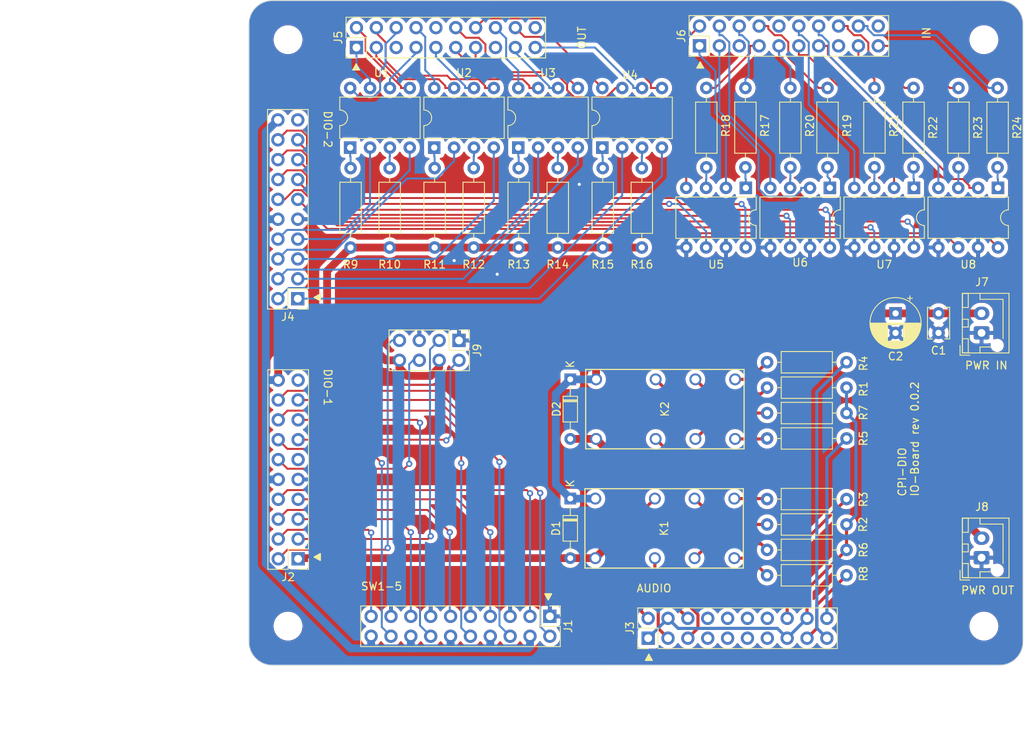
<source format=kicad_pcb>
(kicad_pcb (version 20221018) (generator pcbnew)
  (layers (0 "F.Cu" signal) (31 "B.Cu" signal) (34 "B.Paste" user) (35 "F.Paste" user) (36 "B.SilkS" user "B.Silkscreen") (37 "F.SilkS" user "F.Silkscreen") (38 "B.Mask" user) (39 "F.Mask" user) (44 "Edge.Cuts" user))
  (net 0 "")
  (net 1 "COM0")
  (net 2 "MCOM1")
  (net 3 "RY_POW")
  (net 4 "SW1{slash}O")
  (net 5 "Net-(K1-Pad6)")
  (net 6 "Net-(K1-Pad8)")
  (net 7 "Net-(K1-Pad9)")
  (net 8 "Net-(K1-Pad11)")
  (net 9 "Net-(K2-Pad6)")
  (net 10 "Net-(K2-Pad8)")
  (net 11 "Net-(K2-Pad9)")
  (net 12 "Net-(K2-Pad11)")
  (net 13 "Net-(R9-Pad1)")
  (net 14 "Net-(R10-Pad1)")
  (net 15 "Net-(R11-Pad1)")
  (net 16 "Net-(R12-Pad1)")
  (net 17 "Net-(R13-Pad1)")
  (net 18 "Net-(R14-Pad1)")
  (net 19 "Net-(R15-Pad1)")
  (net 20 "Net-(R16-Pad1)")
  (net 21 "Net-(R17-Pad1)")
  (net 22 "Net-(R18-Pad1)")
  (net 23 "Net-(R19-Pad1)")
  (net 24 "Net-(R20-Pad1)")
  (net 25 "Net-(R21-Pad1)")
  (net 26 "Net-(R22-Pad1)")
  (net 27 "Net-(R23-Pad1)")
  (net 28 "Net-(R24-Pad1)")
  (net 29 "SW1{slash}L1")
  (net 30 "SW2{slash}O")
  (net 31 "SW2{slash}L1")
  (net 32 "SW3{slash}O")
  (net 33 "SW3{slash}L1")
  (net 34 "SW4{slash}O")
  (net 35 "SW4{slash}L1")
  (net 36 "SW5{slash}O")
  (net 37 "SW5{slash}L1")
  (net 38 "AUDIO-IN-L-GND")
  (net 39 "AUDIO-IN-L-HOT")
  (net 42 "AUDIO-IN-L-COLD")
  (net 43 "AUDIO-IN-R-HOT")
  (net 44 "AUDIO-IN-R-COLD")
  (net 53 "AUDIO-OUT-L-HOT")
  (net 54 "AUDIO-OUT-L-COLD")
  (net 55 "AUDIO-OUT-R-HOT")
  (net 56 "AUDIO-OUT-R-COLD")
  (net 57 "DIO-2{slash}OUT1")
  (net 58 "DIO-2{slash}OUT2")
  (net 59 "DIO-2{slash}OUT3")
  (net 60 "DIO-2{slash}OUT4")
  (net 61 "DIO-2{slash}OUT5")
  (net 62 "DIO-2{slash}OUT6")
  (net 63 "DIO-2{slash}OUT7")
  (net 64 "DIO-2{slash}OUT8")
  (net 65 "DIO-2{slash}IN1")
  (net 66 "DIO-2{slash}IN2")
  (net 67 "DIO-2{slash}IN3")
  (net 68 "DIO-2{slash}IN4")
  (net 69 "DIO-2{slash}IN5")
  (net 70 "DIO-2{slash}IN6")
  (net 71 "DIO-2{slash}IN7")
  (net 72 "DIO-2{slash}IN8")
  (net 74 "GPIO-OUT{slash}1P")
  (net 75 "GPIO-OUT{slash}2P")
  (net 76 "GPIO-OUT{slash}3P")
  (net 77 "GPIO-OUT{slash}4P")
  (net 79 "GPIO-OUT{slash}1M")
  (net 80 "GPIO-OUT{slash}2M")
  (net 81 "GPIO-OUT{slash}3M")
  (net 82 "GPIO-OUT{slash}4M")
  (net 84 "GPIO-OUT{slash}5P")
  (net 85 "GPIO-OUT{slash}6P")
  (net 86 "GPIO-OUT{slash}7P")
  (net 87 "GPIO-OUT{slash}8P")
  (net 89 "GPIO-OUT{slash}5M")
  (net 90 "GPIO-OUT{slash}6M")
  (net 91 "GPIO-OUT{slash}7M")
  (net 92 "GPIO-OUT{slash}8M")
  (net 94 "GPIO-IN{slash}1P")
  (net 95 "GPIO-IN{slash}2P")
  (net 96 "GPIO-IN{slash}3P")
  (net 97 "GPIO-IN{slash}4P")
  (net 99 "GPIO-IN{slash}1M")
  (net 100 "GPIO-IN{slash}2M")
  (net 101 "GPIO-IN{slash}3M")
  (net 102 "GPIO-IN{slash}4M")
  (net 104 "GPIO-IN{slash}5P")
  (net 105 "GPIO-IN{slash}6P")
  (net 106 "GPIO-IN{slash}7P")
  (net 107 "GPIO-IN{slash}8P")
  (net 109 "GPIO-IN{slash}5M")
  (net 110 "GPIO-IN{slash}6M")
  (net 111 "GPIO-IN{slash}7M")
  (net 112 "GPIO-IN{slash}8M")
  (net 114 "SW6{slash}O")
  (net 115 "SW6{slash}L1")
  (net 116 "SW7{slash}O")
  (net 117 "SW7{slash}L1")
  (footprint "Resistor_THT:R_Axial_DIN0207_L6.3mm_D2.5mm_P10.16mm_Horizontal" (layer "F.Cu") (at 140.75 86.33 90)
    (fp_text reference "R23")
    (fp_text value "510")
  )
  (footprint "Capacitor_THT:C_Disc_D3.8mm_W2.6mm_P2.50mm" (layer "F.Cu") (at 138.2 105 -90)
    (fp_text reference "C1")
    (fp_text value "0.1uF")
  )
  (footprint "BoxHeader:BoxHeader_2x10_P2.54mm_Vertical" (layer "F.Cu") (at 88.49 143.75 -90)
    (fp_text reference locked "J1")
    (fp_text value "SW1-5")
  )
  (footprint "MountingHole:MountingHole_3.2mm_M3" (layer "F.Cu") (at 55 70)
    (fp_text reference "H1" hide)
    (fp_text value "MountingHole")
  )
  (footprint "Package_DIP:DIP-8_W7.62mm" (layer "F.Cu") (at 145.8 88.95 -90)
    (fp_text reference locked "U8")
    (fp_text value "TLP627-2")
  )
  (footprint "Diode_THT:D_DO-34_SOD68_P7.62mm_Horizontal" (layer "F.Cu") (at 91.1 113.435 -90)
    (fp_text reference "D2")
    (fp_text value "1S1588")
  )
  (footprint "Resistor_THT:R_Axial_DIN0207_L6.3mm_D2.5mm_P10.16mm_Horizontal" (layer "F.Cu") (at 108.5 86.33 90)
    (fp_text reference "R18")
    (fp_text value "510")
  )
  (footprint "MountingHole:MountingHole_3.2mm_M3" (layer "F.Cu") (at 144 70)
    (fp_text reference "H2" hide)
    (fp_text value "MountingHole")
  )
  (footprint "Resistor_THT:R_Axial_DIN0207_L6.3mm_D2.5mm_P10.16mm_Horizontal" (layer "F.Cu") (at 68 86.42 -90)
    (fp_text reference "R10")
    (fp_text value "510")
  )
  (footprint "Resistor_THT:R_Axial_DIN0207_L6.3mm_D2.5mm_P10.16mm_Horizontal" (layer "F.Cu") (at 78.75 86.42 -90)
    (fp_text reference "R12")
    (fp_text value "510")
  )
  (footprint "SnapLibrary:RELAY_G6A-274P-ST-US DC3_OMR" (layer "F.Cu") (at 111.9 128.69 90)
    (fp_text reference "K1")
    (fp_text value "G6A-274P-ST-US DC12")
  )
  (footprint "Resistor_THT:R_Axial_DIN0207_L6.3mm_D2.5mm_P10.16mm_Horizontal" (layer "F.Cu") (at 63 86.42 -90)
    (fp_text reference "R9")
    (fp_text value "510")
  )
  (footprint "Resistor_THT:R_Axial_DIN0207_L6.3mm_D2.5mm_P10.16mm_Horizontal" (layer "F.Cu") (at 116.27 135.25)
    (fp_text reference locked "R6")
    (fp_text value "10K")
  )
  (footprint "Resistor_THT:R_Axial_DIN0207_L6.3mm_D2.5mm_P10.16mm_Horizontal" (layer "F.Cu") (at 116.27 117.75)
    (fp_text reference locked "R7")
    (fp_text value "10K")
  )
  (footprint "BoxHeader:BoxHeader_2x10_P2.54mm_Vertical" (layer "F.Cu") (at 63.754 71 90)
    (fp_text reference "J5")
    (fp_text value "GPIO-OUT")
  )
  (footprint "Resistor_THT:R_Axial_DIN0207_L6.3mm_D2.5mm_P10.16mm_Horizontal" (layer "F.Cu") (at 116.27 121)
    (fp_text reference locked "R5")
    (fp_text value "220")
  )
  (footprint "Package_DIP:DIP-8_W7.62mm" (layer "F.Cu") (at 73.7 83.8 90)
    (fp_text reference "U2")
    (fp_text value "TLP627-2")
  )
  (footprint "BoxHeader:BoxHeader_2x10_P2.54mm_Vertical" (layer "F.Cu") (at 56.25 103.12 180)
    (fp_text reference "J4")
    (fp_text value "DIO-2")
  )
  (footprint "BoxHeader:BoxHeader_2x10_P2.54mm_Vertical" (layer "F.Cu") (at 56.29 136.398 180)
    (fp_text reference locked "J2")
    (fp_text value "DIO-1")
  )
  (footprint "Resistor_THT:R_Axial_DIN0207_L6.3mm_D2.5mm_P10.16mm_Horizontal" (layer "F.Cu") (at 95.25 86.42 -90)
    (fp_text reference "R15")
    (fp_text value "510")
  )
  (footprint "Package_DIP:DIP-8_W7.62mm" (layer "F.Cu") (at 135.05 88.95 -90)
    (fp_text reference locked "U7")
    (fp_text value "TLP627-2")
  )
  (footprint "MountingHole:MountingHole_3.2mm_M3" (layer "F.Cu") (at 55 145)
    (fp_text reference "H3" hide)
    (fp_text value "MountingHole")
  )
  (footprint "Resistor_THT:R_Axial_DIN0207_L6.3mm_D2.5mm_P10.16mm_Horizontal" (layer "F.Cu") (at 124 86.33 90)
    (fp_text reference "R19")
    (fp_text value "510")
  )
  (footprint "Resistor_THT:R_Axial_DIN0207_L6.3mm_D2.5mm_P10.16mm_Horizontal" (layer "F.Cu") (at 89.5 86.42 -90)
    (fp_text reference "R14")
    (fp_text value "510")
  )
  (footprint "Package_DIP:DIP-8_W7.62mm" (layer "F.Cu") (at 113.55 88.95 -90)
    (fp_text reference "U5")
    (fp_text value "TLP627-2")
  )
  (footprint "Connector_JST:JST_XH_B2B-XH-AM_1x02_P2.50mm_Vertical" (layer "F.Cu") (at 143.7 107.5 90)
    (fp_text reference locked "J7")
    (fp_text value "PWR_IN")
  )
  (footprint "Resistor_THT:R_Axial_DIN0207_L6.3mm_D2.5mm_P10.16mm_Horizontal" (layer "F.Cu") (at 126.43 132 180)
    (fp_text reference locked "R2")
    (fp_text value "10K")
  )
  (footprint "Package_DIP:DIP-8_W7.62mm" (layer "F.Cu") (at 84.45 83.8 90)
    (fp_text reference "U3")
    (fp_text value "TLP627-2")
  )
  (footprint "Resistor_THT:R_Axial_DIN0207_L6.3mm_D2.5mm_P10.16mm_Horizontal" (layer "F.Cu") (at 145.75 86.33 90)
    (fp_text reference "R24")
    (fp_text value "510")
  )
  (footprint "SnapLibrary:RELAY_G6A-274P-ST-US DC3_OMR" (layer "F.Cu") (at 112 113.44 90)
    (fp_text reference "K2")
    (fp_text value "G6A-274P-ST-US DC12")
  )
  (footprint "Connector_PinHeader_2.54mm:PinHeader_2x04_P2.54mm_Vertical" (layer "F.Cu") (at 76.87 108.46 -90)
    (fp_text reference "J9")
    (fp_text value "Conn_02x04_Odd_Even")
  )
  (footprint "Resistor_THT:R_Axial_DIN0207_L6.3mm_D2.5mm_P10.16mm_Horizontal" (layer "F.Cu") (at 130 86.33 90)
    (fp_text reference "R21")
    (fp_text value "510")
  )
  (footprint "Capacitor_THT:CP_Radial_D6.3mm_P2.50mm" (layer "F.Cu") (at 132.7 105 -90)
    (fp_text reference "C2")
    (fp_text value "100uF/25V")
  )
  (footprint "Resistor_THT:R_Axial_DIN0207_L6.3mm_D2.5mm_P10.16mm_Horizontal" (layer "F.Cu") (at 73.75 86.42 -90)
    (fp_text reference "R11")
    (fp_text value "510")
  )
  (footprint "Resistor_THT:R_Axial_DIN0207_L6.3mm_D2.5mm_P10.16mm_Horizontal" (layer "F.Cu") (at 126.43 114.5 180)
    (fp_text reference locked "R1")
    (fp_text value "10K")
  )
  (footprint "Connector_JST:JST_XH_B2B-XH-AM_1x02_P2.50mm_Vertical" (layer "F.Cu") (at 143.7 136.25 90)
    (fp_text reference locked "J8")
    (fp_text value "PWR_OUT")
  )
  (footprint "Resistor_THT:R_Axial_DIN0207_L6.3mm_D2.5mm_P10.16mm_Horizontal" (layer "F.Cu") (at 126.43 111.25 180)
    (fp_text reference locked "R4")
    (fp_text value "220")
  )
  (footprint "Resistor_THT:R_Axial_DIN0207_L6.3mm_D2.5mm_P10.16mm_Horizontal" (layer "F.Cu") (at 135 86.33 90)
    (fp_text reference "R22")
    (fp_text value "510")
  )
  (footprint "Resistor_THT:R_Axial_DIN0207_L6.3mm_D2.5mm_P10.16mm_Horizontal" (layer "F.Cu") (at 116.27 128.75)
    (fp_text reference locked "R3")
    (fp_text value "220")
  )
  (footprint "Resistor_THT:R_Axial_DIN0207_L6.3mm_D2.5mm_P10.16mm_Horizontal" (layer "F.Cu") (at 126.43 138.5 180)
    (fp_text reference locked "R8")
    (fp_text value "220")
  )
  (footprint "BoxHeader:BoxHeader_2x10_P2.54mm_Vertical" (layer "F.Cu") (at 101.06 146.54 90)
    (fp_text reference "J3")
    (fp_text value "AUDIO IN/OUT")
  )
  (footprint "Resistor_THT:R_Axial_DIN0207_L6.3mm_D2.5mm_P10.16mm_Horizontal" (layer "F.Cu") (at 119.25 86.33 90)
    (fp_text reference "R20")
    (fp_text value "510")
  )
  (footprint "BoxHeader:BoxHeader_2x10_P2.54mm_Vertical" (layer "F.Cu") (at 107.63 70.79 90)
    (fp_text reference "J6")
    (fp_text value "GPIO-IN")
  )
  (footprint "Package_DIP:DIP-8_W7.62mm" (layer "F.Cu") (at 95.2 83.8 90)
    (fp_text reference "U4")
    (fp_text value "TLP627-2")
  )
  (footprint "Package_DIP:DIP-8_W7.62mm" (layer "F.Cu") (at 124.3 88.95 -90)
    (fp_text reference "U6")
    (fp_text value "TLP627-2")
  )
  (footprint "Package_DIP:DIP-8_W7.62mm" (layer "F.Cu") (at 62.95 83.8 90)
    (fp_text reference "U1")
    (fp_text value "TLP627-2")
  )
  (footprint "Resistor_THT:R_Axial_DIN0207_L6.3mm_D2.5mm_P10.16mm_Horizontal" (layer "F.Cu") (at 84.5 86.42 -90)
    (fp_text reference "R13")
    (fp_text value "510")
  )
  (footprint "Resistor_THT:R_Axial_DIN0207_L6.3mm_D2.5mm_P10.16mm_Horizontal" (layer "F.Cu") (at 113.5 86.33 90)
    (fp_text reference "R17")
    (fp_text value "510")
  )
  (footprint "MountingHole:MountingHole_3.2mm_M3" (layer "F.Cu") (at 144 145)
    (fp_text reference "H4" hide)
    (fp_text value "MountingHole")
  )
  (footprint "Resistor_THT:R_Axial_DIN0207_L6.3mm_D2.5mm_P10.16mm_Horizontal" (layer "F.Cu") (at 100.25 86.42 -90)
    (fp_text reference "R16")
    (fp_text value "510")
  )
  (footprint "Diode_THT:D_DO-34_SOD68_P7.62mm_Horizontal" (layer "F.Cu") (at 91.1 128.685 -90)
    (fp_text reference "D1")
    (fp_text value "1S1588")
  )
  (gr_arc (start 149.00003 146.996285) (mid 148.121357 149.117626) (end 146.00003 149.996285) (stroke (width 0.1)) (layer "Edge.Cuts"))
  (gr_line (start 50 68.00001) (end 50 147) (stroke (width 0.1)) (layer "Edge.Cuts"))
  (gr_line (start 148.99999 146.996305) (end 149.00001 67.996295) (stroke (width 0.1)) (layer "Edge.Cuts"))
  (gr_arc (start 146.00001 64.996295) (mid 148.121326 65.874978) (end 149.00001 67.996295) (stroke (width 0.1)) (layer "Edge.Cuts"))
  (gr_line (start 146.00003 149.996285) (end 53 150) (stroke (width 0.1)) (layer "Edge.Cuts"))
  (gr_arc (start 53 150) (mid 50.878674 149.121326) (end 50 147) (stroke (width 0.1)) (layer "Edge.Cuts"))
  (gr_line (start 146.00001 64.996295) (end 53 65.00001) (stroke (width 0.1)) (layer "Edge.Cuts"))
  (gr_arc (start 50 68.00001) (mid 50.878694 65.878704) (end 53 65.00001) (stroke (width 0.1)) (layer "Edge.Cuts"))
  (gr_text "DIO-2" (at 59.5 79 -90) (layer "F.SilkS") (effects (font (size 1 1)) (justify left bottom)))
  (gr_text "▲" (at 59.25 103.67 90) (layer "F.SilkS") (effects (font (size 1 1)) (justify left bottom)))
  (gr_text "AUDIO" (at 99.5 140.75) (layer "F.SilkS") (effects (font (size 1 1)) (justify left bottom)))
  (gr_text "DIO-1" (at 59.5 112 -90) (layer "F.SilkS") (effects (font (size 1 1)) (justify left bottom)))
  (gr_text "▲" (at 89 140.75 180) (layer "F.SilkS") (effects (font (size 1 1)) (justify left bottom)))
  (gr_text "▲" (at 63 74) (layer "F.SilkS") (effects (font (size 1 1)) (justify left bottom)))
  (gr_text "▲" (at 59.25 136.88 90) (layer "F.SilkS") (effects (font (size 1 1)) (justify left bottom)))
  (gr_text "PWR IN" (at 141.5 112.25) (layer "F.SilkS") (effects (font (size 1 1)) (justify left bottom)))
  (gr_text "PWR OUT" (at 141 141) (layer "F.SilkS") (effects (font (size 1 1)) (justify left bottom)))
  (gr_text "CPI-DIO\nIO-Board rev 0.0.2" (at 135.75 128.5 90) (layer "F.SilkS") (effects (font (size 1 1)) (justify left bottom)))
  (gr_text "▲" (at 107 73.75) (layer "F.SilkS") (effects (font (size 1 1)) (justify left bottom)))
  (gr_text "OUT" (at 93.164 71.25 90) (layer "F.SilkS") (effects (font (size 1 1)) (justify left bottom)))
  (gr_text "SW1-5" (at 64.25 140.5) (layer "F.SilkS") (effects (font (size 1 1)) (justify left bottom)))
  (gr_text "IN" (at 137.25 70 90) (layer "F.SilkS") (effects (font (size 1 1)) (justify left bottom)))
  (gr_text "▲" (at 100.43 149.5) (layer "F.SilkS") (effects (font (size 1 1)) (justify left bottom)))
  (segment (start 95 105) (end 66 105) (width 1) (layer "F.Cu") (net 1))
  (segment (start 143.7 105) (end 141.25 105) (width 1) (layer "F.Cu") (net 1))
  (segment (start 69.25 111) (end 69.25 112) (width 1) (layer "F.Cu") (net 1))
  (segment (start 108.67 105) (end 97 105) (width 1) (layer "F.Cu") (net 1))
  (segment (start 97 105) (end 95 105) (width 1) (layer "F.Cu") (net 1))
  (segment (start 67.5 111) (end 66 109.5) (width 1) (layer "F.Cu") (net 1))
  (segment (start 63 96.58) (end 60 99.58) (width 1) (layer "F.Cu") (net 1))
  (segment (start 100.25 96.58) (end 63 96.58) (width 1) (layer "F.Cu") (net 1))
  (segment (start 74.33 111.92) (end 74.33 111) (width 1) (layer "F.Cu") (net 1))
  (segment (start 108.67 105) (end 132.7 105) (width 1) (layer "F.Cu") (net 1))
  (segment (start 97 105) (end 94.4 107.6) (width 1) (layer "F.Cu") (net 1))
  (segment (start 66 105) (end 60 105) (width 1) (layer "F.Cu") (net 1))
  (segment (start 69.25 111) (end 67.5 111) (width 1) (layer "F.Cu") (net 1))
  (segment (start 60 105) (end 53.75 111.25) (width 1) (layer "F.Cu") (net 1))
  (segment (start 66 109.5) (end 66 105) (width 1) (layer "F.Cu") (net 1))
  (segment (start 141.25 131.3) (end 141.25 105) (width 1) (layer "F.Cu") (net 1))
  (segment (start 94.4 107.6) (end 94.4 113.44) (width 1) (layer "F.Cu") (net 1))
  (segment (start 70.25 113) (end 73.25 113) (width 1) (layer "F.Cu") (net 1))
  (segment (start 53.75 111.25) (end 53.75 113.538) (width 1) (layer "F.Cu") (net 1))
  (segment (start 141.25 105) (end 132.7 105) (width 1) (layer "F.Cu") (net 1))
  (segment (start 73.25 113) (end 74.33 111.92) (width 1) (layer "F.Cu") (net 1))
  (segment (start 143.7 133.75) (end 141.25 131.3) (width 1) (layer "F.Cu") (net 1))
  (segment (start 69.25 112) (end 70.25 113) (width 1) (layer "F.Cu") (net 1))
  (segment (start 60 99.58) (end 60 105) (width 1) (layer "F.Cu") (net 1))
  (segment (start 70.5 147.84) (end 75.5 147.84) (width 1) (layer "B.Cu") (net 1))
  (segment (start 91.105 128.69) (end 91.1 128.685) (width 1) (layer "B.Cu") (net 1))
  (segment (start 89.25 126.835) (end 91.1 128.685) (width 1) (layer "B.Cu") (net 1))
  (segment (start 53.75 126.238) (end 52.1581 126.238) (width 1) (layer "B.Cu") (net 1))
  (segment (start 80.75 147.84) (end 85.75 147.84) (width 1) (layer "B.Cu") (net 1))
  (segment (start 80.87 147.72) (end 80.75 147.84) (width 1) (layer "B.Cu") (net 1))
  (segment (start 52.1581 136.998132) (end 52.1581 126.238) (width 1) (layer "B.Cu") (net 1))
  (segment (start 70.71 147.63) (end 70.5 147.84) (width 1) (layer "B.Cu") (net 1))
  (segment (start 89.25 115.285) (end 89.25 126.835) (width 1) (layer "B.Cu") (net 1))
  (segment (start 52.1581 113.538) (end 52.1581 92.96) (width 1) (layer "B.Cu") (net 1))
  (segment (start 63.2061 147.84) (end 65.5 147.84) (width 1) (layer "B.Cu") (net 1))
  (segment (start 63.2061 147.84) (end 62.999968 147.84) (width 1) (layer "B.Cu") (net 1))
  (segment (start 52.1581 92.96) (end 52.1581 81.8119) (width 1) (layer "B.Cu") (net 1))
  (segment (start 85.95 147.64) (end 85.95 146.29) (width 1) (layer "B.Cu") (net 1))
  (segment (start 91.1 113.435) (end 89.25 115.285) (width 1) (layer "B.Cu") (net 1))
  (segment (start 65.63 147.71) (end 65.5 147.84) (width 1) (layer "B.Cu") (net 1))
  (segment (start 80.87 146.29) (end 80.87 147.72) (width 1) (layer "B.Cu") (net 1))
  (segment (start 52.1581 126.238) (end 52.1581 113.538) (width 1) (layer "B.Cu") (net 1))
  (segment (start 62.999968 147.84) (end 52.1581 136.998132) (width 1) (layer "B.Cu") (net 1))
  (segment (start 65.5 147.84) (end 70.5 147.84) (width 1) (layer "B.Cu") (net 1))
  (segment (start 53.71 92.96) (end 52.1581 92.96) (width 1) (layer "B.Cu") (net 1))
  (segment (start 52.1581 81.8119) (end 53.71 80.26) (width 1) (layer "B.Cu") (net 1))
  (segment (start 70.71 146.29) (end 70.71 147.63) (width 1) (layer "B.Cu") (net 1))
  (segment (start 91.105 113.44) (end 91.1 113.435) (width 1) (layer "B.Cu") (net 1))
  (segment (start 85.75 147.84) (end 85.95 147.64) (width 1) (layer "B.Cu") (net 1))
  (segment (start 75.79 147.55) (end 75.5 147.84) (width 1) (layer "B.Cu") (net 1))
  (segment (start 53.75 113.538) (end 52.1581 113.538) (width 1) (layer "B.Cu") (net 1))
  (segment (start 94.4 113.44) (end 91.105 113.44) (width 1) (layer "B.Cu") (net 1))
  (segment (start 94.3 128.69) (end 91.105 128.69) (width 1) (layer "B.Cu") (net 1))
  (segment (start 75.5 147.84) (end 80.75 147.84) (width 1) (layer "B.Cu") (net 1))
  (segment (start 65.63 146.29) (end 65.63 147.71) (width 1) (layer "B.Cu") (net 1))
  (segment (start 75.79 146.29) (end 75.79 147.55) (width 1) (layer "B.Cu") (net 1))
  (via (at 76.25 98.25) (size 0.8) (drill 0.4) (layers "F.Cu" "B.Cu") (net 2))
  (via (at 81.75 100) (size 0.8) (drill 0.4) (layers "F.Cu" "B.Cu") (net 2))
  (via (at 92.25 88.5) (size 0.8) (drill 0.4) (layers "F.Cu" "B.Cu") (net 2))
  (segment (start 94.395 121.055) (end 94.4 121.06) (width 1) (layer "F.Cu") (net 3))
  (segment (start 91.1 121.055) (end 94.395 121.055) (width 1) (layer "F.Cu") (net 3))
  (segment (start 96.25 134.36) (end 94.3 136.31) (width 1) (layer "F.Cu") (net 3))
  (segment (start 96.25 122.91) (end 96.25 134.36) (width 1) (layer "F.Cu") (net 3))
  (segment (start 56.383 136.305) (end 56.29 136.398) (width 1) (layer "F.Cu") (net 3))
  (segment (start 91.1 136.305) (end 56.383 136.305) (width 1) (layer "F.Cu") (net 3))
  (segment (start 94.295 136.305) (end 94.3 136.31) (width 1) (layer "F.Cu") (net 3))
  (segment (start 94.4 121.06) (end 96.25 122.91) (width 1) (layer "F.Cu") (net 3))
  (segment (start 91.1 136.305) (end 94.295 136.305) (width 1) (layer "F.Cu") (net 3))
  (segment (start 87.25 127.974695) (end 74.178305 114.903) (width 0.25) (layer "F.Cu") (net 4))
  (segment (start 54.925 114.903) (end 53.75 116.078) (width 0.25) (layer "F.Cu") (net 4))
  (segment (start 74.178305 114.903) (end 54.925 114.903) (width 0.25) (layer "F.Cu") (net 4))
  (via (at 87.25 127.974695) (size 0.8) (drill 0.4) (layers "F.Cu" "B.Cu") (net 4))
  (segment (start 87.25 127.974695) (end 87.25 145.05) (width 0.25) (layer "B.Cu") (net 4))
  (segment (start 87.25 145.05) (end 88.49 146.29) (width 0.25) (layer "B.Cu") (net 4))
  (segment (start 110.31 132) (end 116.27 132) (width 0.4) (layer "F.Cu") (net 5))
  (segment (start 107 128.69) (end 110.31 132) (width 0.4) (layer "F.Cu") (net 5))
  (segment (start 112.08 128.69) (end 116.21 128.69) (width 0.4) (layer "F.Cu") (net 6))
  (segment (start 116.21 128.69) (end 116.27 128.75) (width 0.4) (layer "F.Cu") (net 6))
  (segment (start 112.08 136.31) (end 114.08 136.31) (width 0.4) (layer "F.Cu") (net 7))
  (segment (start 114.08 136.31) (end 116.27 138.5) (width 0.4) (layer "F.Cu") (net 7))
  (segment (start 115.470001 134.450001) (end 116.27 135.25) (width 0.4) (layer "F.Cu") (net 8))
  (segment (start 108.859999 134.450001) (end 115.470001 134.450001) (width 0.4) (layer "F.Cu") (net 8))
  (segment (start 107 136.31) (end 108.859999 134.450001) (width 0.4) (layer "F.Cu") (net 8))
  (segment (start 115.470001 115.299999) (end 116.27 114.5) (width 0.4) (layer "F.Cu") (net 9))
  (segment (start 108.959999 115.299999) (end 115.470001 115.299999) (width 0.4) (layer "F.Cu") (net 9))
  (segment (start 107.1 113.44) (end 108.959999 115.299999) (width 0.4) (layer "F.Cu") (net 9))
  (segment (start 114.08 113.44) (end 116.27 111.25) (width 0.4) (layer "F.Cu") (net 10))
  (segment (start 112.18 113.44) (end 114.08 113.44) (width 0.4) (layer "F.Cu") (net 10))
  (segment (start 112.18 121.06) (end 116.21 121.06) (width 0.4) (layer "F.Cu") (net 11))
  (segment (start 116.21 121.06) (end 116.27 121) (width 0.4) (layer "F.Cu") (net 11))
  (segment (start 107.1 121.06) (end 110.41 117.75) (width 0.4) (layer "F.Cu") (net 12))
  (segment (start 110.41 117.75) (end 116.27 117.75) (width 0.4) (layer "F.Cu") (net 12))
  (segment (start 63 84.9769) (end 63 86.42) (width 0.25) (layer "B.Cu") (net 13))
  (segment (start 62.95 84.9269) (end 63 84.9769) (width 0.25) (layer "B.Cu") (net 13))
  (segment (start 62.95 83.8) (end 62.95 84.9269) (width 0.25) (layer "B.Cu") (net 13))
  (segment (start 68 84.9569) (end 68 86.42) (width 0.25) (layer "B.Cu") (net 14))
  (segment (start 68.03 83.8) (end 68.03 84.9269) (width 0.25) (layer "B.Cu") (net 14))
  (segment (start 68.03 84.9269) (end 68 84.9569) (width 0.25) (layer "B.Cu") (net 14))
  (segment (start 73.7 83.8) (end 73.7 84.9269) (width 0.25) (layer "B.Cu") (net 15))
  (segment (start 73.75 84.9769) (end 73.75 86.42) (width 0.25) (layer "B.Cu") (net 15))
  (segment (start 73.7 84.9269) (end 73.75 84.9769) (width 0.25) (layer "B.Cu") (net 15))
  (segment (start 78.78 83.8) (end 78.78 84.9269) (width 0.25) (layer "B.Cu") (net 16))
  (segment (start 78.78 84.9269) (end 78.75 84.9569) (width 0.25) (layer "B.Cu") (net 16))
  (segment (start 78.75 84.9569) (end 78.75 86.42) (width 0.25) (layer "B.Cu") (net 16))
  (segment (start 84.45 83.8) (end 84.45 84.9269) (width 0.25) (layer "B.Cu") (net 17))
  (segment (start 84.5 84.9769) (end 84.5 86.42) (width 0.25) (layer "B.Cu") (net 17))
  (segment (start 84.45 84.9269) (end 84.5 84.9769) (width 0.25) (layer "B.Cu") (net 17))
  (segment (start 89.5 84.9569) (end 89.5 86.42) (width 0.25) (layer "B.Cu") (net 18))
  (segment (start 89.53 83.8) (end 89.53 84.9269) (width 0.25) (layer "B.Cu") (net 18))
  (segment (start 89.53 84.9269) (end 89.5 84.9569) (width 0.25) (layer "B.Cu") (net 18))
  (segment (start 95.25 84.9769) (end 95.25 86.42) (width 0.25) (layer "B.Cu") (net 19))
  (segment (start 95.2 83.8) (end 95.2 84.9269) (width 0.25) (layer "B.Cu") (net 19))
  (segment (start 95.2 84.9269) (end 95.25 84.9769) (width 0.25) (layer "B.Cu") (net 19))
  (segment (start 100.28 83.8) (end 100.28 84.9269) (width 0.25) (layer "B.Cu") (net 20))
  (segment (start 100.28 84.9269) (end 100.25 84.9569) (width 0.25) (layer "B.Cu") (net 20))
  (segment (start 100.25 84.9569) (end 100.25 86.42) (width 0.25) (layer "B.Cu") (net 20))
  (segment (start 113.5 87.7731) (end 113.5 86.33) (width 0.25) (layer "B.Cu") (net 21))
  (segment (start 113.55 87.8231) (end 113.5 87.7731) (width 0.25) (layer "B.Cu") (net 21))
  (segment (start 113.55 88.95) (end 113.55 87.8231) (width 0.25) (layer "B.Cu") (net 21))
  (segment (start 108.47 87.8231) (end 108.5 87.7931) (width 0.25) (layer "B.Cu") (net 22))
  (segment (start 108.47 88.95) (end 108.47 87.8231) (width 0.25) (layer "B.Cu") (net 22))
  (segment (start 108.5 87.7931) (end 108.5 86.33) (width 0.25) (layer "B.Cu") (net 22))
  (segment (start 124 87.5231) (end 124 86.33) (width 0.25) (layer "B.Cu") (net 23))
  (segment (start 124.3 88.95) (end 124.3 87.8231) (width 0.25) (layer "B.Cu") (net 23))
  (segment (start 124.3 87.8231) (end 124 87.5231) (width 0.25) (layer "B.Cu") (net 23))
  (segment (start 119.22 88.95) (end 119.22 87.8231) (width 0.25) (layer "B.Cu") (net 24))
  (segment (start 119.25 87.7931) (end 119.25 86.33) (width 0.25) (layer "B.Cu") (net 24))
  (segment (start 119.22 87.8231) (end 119.25 87.7931) (width 0.25) (layer "B.Cu") (net 24))
  (segment (start 129.97 88.95) (end 129.97 87.8231) (width 0.25) (layer "B.Cu") (net 25))
  (segment (start 129.97 87.8231) (end 130 87.7931) (width 0.25) (layer "B.Cu") (net 25))
  (segment (start 130 87.7931) (end 130 86.33) (width 0.25) (layer "B.Cu") (net 25))
  (segment (start 135 87.7731) (end 135 86.33) (width 0.25) (layer "B.Cu") (net 26))
  (segment (start 135.05 87.8231) (end 135 87.7731) (width 0.25) (layer "B.Cu") (net 26))
  (segment (start 135.05 88.95) (end 135.05 87.8231) (width 0.25) (layer "B.Cu") (net 26))
  (segment (start 140.72 88.95) (end 140.72 87.8231) (width 0.25) (layer "B.Cu") (net 27))
  (segment (start 140.72 87.8231) (end 140.75 87.7931) (width 0.25) (layer "B.Cu") (net 27))
  (segment (start 140.75 87.7931) (end 140.75 86.33) (width 0.25) (layer "B.Cu") (net 27))
  (segment (start 145.8 88.95) (end 145.8 87.8231) (width 0.25) (layer "B.Cu") (net 28))
  (segment (start 145.75 87.7731) (end 145.75 86.33) (width 0.25) (layer "B.Cu") (net 28))
  (segment (start 145.8 87.8231) (end 145.75 87.7731) (width 0.25) (layer "B.Cu") (net 28))
  (segment (start 85.95 128.016) (end 85.537 127.603) (width 0.25) (layer "F.Cu") (net 29))
  (segment (start 85.537 127.603) (end 54.925 127.603) (width 0.25) (layer "F.Cu") (net 29))
  (segment (start 54.925 127.603) (end 53.75 128.778) (width 0.25) (layer "F.Cu") (net 29))
  (via (at 85.95 128.016) (size 0.8) (drill 0.4) (layers "F.Cu" "B.Cu") (net 29))
  (segment (start 85.95 128.016) (end 85.95 143.75) (width 0.25) (layer "B.Cu") (net 29))
  (segment (start 74.168 116.078) (end 56.29 116.078) (width 0.25) (layer "F.Cu") (net 30))
  (segment (start 82.045 124) (end 82.045 123.955) (width 0.25) (layer "F.Cu") (net 30))
  (segment (start 82.045 123.955) (end 74.168 116.078) (width 0.25) (layer "F.Cu") (net 30))
  (via (at 82.045 124) (size 0.8) (drill 0.4) (layers "F.Cu" "B.Cu") (net 30))
  (segment (start 82.045 144.925) (end 83.41 146.29) (width 0.25) (layer "B.Cu") (net 30))
  (segment (start 82.045 124) (end 82.045 144.925) (width 0.25) (layer "B.Cu") (net 30))
  (segment (start 80.87 133) (end 76.648 128.778) (width 0.25) (layer "F.Cu") (net 31))
  (segment (start 76.648 128.778) (end 56.29 128.778) (width 0.25) (layer "F.Cu") (net 31))
  (via (at 80.87 133) (size 0.8) (drill 0.4) (layers "F.Cu" "B.Cu") (net 31))
  (segment (start 80.87 133) (end 80.87 143.75) (width 0.25) (layer "B.Cu") (net 31))
  (segment (start 74.395 117.443) (end 54.925 117.443) (width 0.25) (layer "F.Cu") (net 32))
  (segment (start 77.155 120.203) (end 74.395 117.443) (width 0.25) (layer "F.Cu") (net 32))
  (segment (start 77.155 124.155) (end 77.155 120.203) (width 0.25) (layer "F.Cu") (net 32))
  (segment (start 54.925 117.443) (end 53.75 118.618) (width 0.25) (layer "F.Cu") (net 32))
  (via (at 77.155 124.155) (size 0.8) (drill 0.4) (layers "F.Cu" "B.Cu") (net 32))
  (segment (start 77.155 145.227) (end 78.218 146.29) (width 0.25) (layer "B.Cu") (net 32))
  (segment (start 77.155 124.155) (end 77.155 145.227) (width 0.25) (layer "B.Cu") (net 32))
  (segment (start 78.218 146.29) (end 78.33 146.29) (width 0.25) (layer "B.Cu") (net 32))
  (segment (start 75.692 133) (end 72.835 130.143) (width 0.25) (layer "F.Cu") (net 33))
  (segment (start 54.925 130.143) (end 53.75 131.318) (width 0.25) (layer "F.Cu") (net 33))
  (segment (start 72.835 130.143) (end 54.925 130.143) (width 0.25) (layer "F.Cu") (net 33))
  (via (at 75.692 133) (size 0.8) (drill 0.4) (layers "F.Cu" "B.Cu") (net 33))
  (segment (start 75.692 133) (end 75.692 143.652) (width 0.25) (layer "B.Cu") (net 33))
  (segment (start 75.692 143.652) (end 75.79 143.75) (width 0.25) (layer "B.Cu") (net 33))
  (segment (start 71.5 118.618) (end 56.29 118.618) (width 0.25) (layer "F.Cu") (net 34))
  (segment (start 71.882 119) (end 71.5 118.618) (width 0.25) (layer "F.Cu") (net 34))
  (via (at 71.882 119) (size 0.8) (drill 0.4) (layers "F.Cu" "B.Cu") (net 34))
  (segment (start 71.882 119) (end 71.882 143.260299) (width 0.25) (layer "B.Cu") (net 34))
  (segment (start 71.885 143.263299) (end 71.885 144.925) (width 0.25) (layer "B.Cu") (net 34))
  (segment (start 71.882 143.260299) (end 71.885 143.263299) (width 0.25) (layer "B.Cu") (net 34))
  (segment (start 71.885 144.925) (end 73.25 146.29) (width 0.25) (layer "B.Cu") (net 34))
  (segment (start 69.028 131.318) (end 56.29 131.318) (width 0.25) (layer "F.Cu") (net 35))
  (segment (start 70.71 133) (end 69.028 131.318) (width 0.25) (layer "F.Cu") (net 35))
  (via (at 70.71 133) (size 0.8) (drill 0.4) (layers "F.Cu" "B.Cu") (net 35))
  (segment (start 70.71 133) (end 70.71 143.75) (width 0.25) (layer "B.Cu") (net 35))
  (segment (start 65.1845 122.333) (end 54.925 122.333) (width 0.25) (layer "F.Cu") (net 36))
  (segment (start 67 124.1485) (end 65.1845 122.333) (width 0.25) (layer "F.Cu") (net 36))
  (segment (start 54.925 122.333) (end 53.75 121.158) (width 0.25) (layer "F.Cu") (net 36))
  (via (at 67 124.1485) (size 0.8) (drill 0.4) (layers "F.Cu" "B.Cu") (net 36))
  (segment (start 66.995 145.115) (end 68.17 146.29) (width 0.25) (layer "B.Cu") (net 36))
  (segment (start 67 124.1485) (end 67 143.258299) (width 0.25) (layer "B.Cu") (net 36))
  (segment (start 66.995 143.263299) (end 66.995 145.115) (width 0.25) (layer "B.Cu") (net 36))
  (segment (start 67 143.258299) (end 66.995 143.263299) (width 0.25) (layer "B.Cu") (net 36))
  (segment (start 65.6336 133.0452) (end 65.2714 132.683) (width 0.25) (layer "F.Cu") (net 37))
  (segment (start 65.2714 132.683) (end 54.925 132.683) (width 0.25) (layer "F.Cu") (net 37))
  (segment (start 54.925 132.683) (end 53.75 133.858) (width 0.25) (layer "F.Cu") (net 37))
  (via (at 65.6336 133.0452) (size 0.8) (drill 0.4) (layers "F.Cu" "B.Cu") (net 37))
  (segment (start 65.63 135.63) (end 65.63 143.75) (width 0.25) (layer "B.Cu") (net 37))
  (segment (start 65.6336 135.6264) (end 65.63 135.63) (width 0.25) (layer "B.Cu") (net 37))
  (segment (start 65.6336 133.0452) (end 65.6336 135.6264) (width 0.25) (layer "B.Cu") (net 37))
  (segment (start 121.38 144) (end 121.38 140.3) (width 0.4) (layer "F.Cu") (net 38))
  (segment (start 121.38 140.3) (end 126.43 135.25) (width 0.4) (layer "F.Cu") (net 38))
  (segment (start 126.43 135.25) (end 126.43 132) (width 0.4) (layer "F.Cu") (net 38))
  (segment (start 104.89 145.29) (end 109.98 145.29) (width 0.4) (layer "B.Cu") (net 38))
  (segment (start 103.6 144) (end 104.89 145.29) (width 0.4) (layer "B.Cu") (net 38))
  (segment (start 126.43 117.75) (end 127.63 118.95) (width 0.4) (layer "B.Cu") (net 38))
  (segment (start 126.43 114.5) (end 126.43 117.75) (width 0.4) (layer "B.Cu") (net 38))
  (segment (start 117.588 145.288) (end 118.84 146.54) (width 0.4) (layer "B.Cu") (net 38))
  (segment (start 127.63 118.95) (end 127.63 130.8) (width 0.4) (layer "B.Cu") (net 38))
  (segment (start 127.63 130.8) (end 126.43 132) (width 0.4) (layer "B.Cu") (net 38))
  (segment (start 109.982 145.288) (end 117.588 145.288) (width 0.4) (layer "B.Cu") (net 38))
  (segment (start 109.98 145.29) (end 109.982 145.288) (width 0.4) (layer "B.Cu") (net 38))
  (segment (start 118.84 146.54) (end 121.38 144) (width 0.4) (layer "B.Cu") (net 38))
  (segment (start 101.06 146.54) (end 103.6 144) (width 0.4) (layer "B.Cu") (net 38))
  (segment (start 100.21 143.15) (end 101.06 144) (width 0.4) (layer "F.Cu") (net 39))
  (segment (start 100.21 130.4) (end 100.21 143.15) (width 0.4) (layer "F.Cu") (net 39))
  (segment (start 101.92 128.69) (end 100.21 130.4) (width 0.4) (layer "F.Cu") (net 39))
  (segment (start 101.92 138.242) (end 102.35 138.672) (width 0.4) (layer "F.Cu") (net 42))
  (segment (start 101.92 136.31) (end 101.92 138.242) (width 0.4) (layer "F.Cu") (net 42))
  (segment (start 102.35 138.672) (end 102.35 145.29) (width 0.4) (layer "F.Cu") (net 42))
  (segment (start 102.35 145.29) (end 103.6 146.54) (width 0.4) (layer "F.Cu") (net 42))
  (segment (start 102.02 113.44) (end 104.648 116.068) (width 0.4) (layer "F.Cu") (net 43))
  (segment (start 107.43 145.25) (end 106.14 146.54) (width 0.4) (layer "F.Cu") (net 43))
  (segment (start 104.648 116.068) (end 104.648 140.740233) (width 0.4) (layer "F.Cu") (net 43))
  (segment (start 107.43 143.522233) (end 107.43 145.25) (width 0.4) (layer "F.Cu") (net 43))
  (segment (start 104.648 140.740233) (end 107.43 143.522233) (width 0.4) (layer "F.Cu") (net 43))
  (segment (start 103.886 122.926) (end 103.886 141.746) (width 0.4) (layer "F.Cu") (net 44))
  (segment (start 103.886 141.746) (end 106.14 144) (width 0.4) (layer "F.Cu") (net 44))
  (segment (start 102.02 121.06) (end 103.886 122.926) (width 0.4) (layer "F.Cu") (net 44))
  (segment (start 126.43 128.75) (end 118.84 136.34) (width 0.4) (layer "F.Cu") (net 53))
  (segment (start 118.84 136.34) (end 118.84 144) (width 0.4) (layer "F.Cu") (net 53))
  (segment (start 126.43 138.5) (end 122.63 142.3) (width 0.4) (layer "F.Cu") (net 54))
  (segment (start 122.63 142.3) (end 122.63 145.29) (width 0.4) (layer "F.Cu") (net 54))
  (segment (start 122.63 145.29) (end 121.38 146.54) (width 0.4) (layer "F.Cu") (net 54))
  (segment (start 126.43 111.25) (end 122.63 115.05) (width 0.4) (layer "B.Cu") (net 55))
  (segment (start 122.63 115.05) (end 122.63 145.25) (width 0.4) (layer "B.Cu") (net 55))
  (segment (start 122.63 145.25) (end 123.92 146.54) (width 0.4) (layer "B.Cu") (net 55))
  (segment (start 126.43 121) (end 123.92 123.51) (width 0.4) (layer "B.Cu") (net 56))
  (segment (start 123.92 123.51) (end 123.92 144) (width 0.4) (layer "B.Cu") (net 56))
  (segment (start 54.885 94.325) (end 62.288604 94.325) (width 0.25) (layer "B.Cu") (net 57))
  (segment (start 62.288604 94.325) (end 65.49 91.123604) (width 0.25) (layer "B.Cu") (net 57))
  (segment (start 53.71 95.5) (end 54.885 94.325) (width 0.25) (layer "B.Cu") (net 57))
  (segment (start 65.49 91.123604) (end 65.49 83.8) (width 0.25) (layer "B.Cu") (net 57))
  (segment (start 56.25 95.5) (end 61.75 95.5) (width 0.25) (layer "B.Cu") (net 58))
  (segment (start 70.57 86.68) (end 70.57 83.8) (width 0.25) (layer "B.Cu") (net 58))
  (segment (start 61.75 95.5) (end 70.57 86.68) (width 0.25) (layer "B.Cu") (net 58))
  (segment (start 70.239009 87.75) (end 74.010991 87.75) (width 0.25) (layer "B.Cu") (net 59))
  (segment (start 74.010991 87.75) (end 76.24 85.520991) (width 0.25) (layer "B.Cu") (net 59))
  (segment (start 53.71 98.04) (end 54.885 96.865) (width 0.25) (layer "B.Cu") (net 59))
  (segment (start 61.124009 96.865) (end 70.239009 87.75) (width 0.25) (layer "B.Cu") (net 59))
  (segment (start 54.885 96.865) (end 61.124009 96.865) (width 0.25) (layer "B.Cu") (net 59))
  (segment (start 76.24 85.520991) (end 76.24 83.8) (width 0.25) (layer "B.Cu") (net 59))
  (segment (start 81.32 90.600991) (end 81.32 83.8) (width 0.25) (layer "B.Cu") (net 60))
  (segment (start 56.25 98.04) (end 73.880991 98.04) (width 0.25) (layer "B.Cu") (net 60))
  (segment (start 73.880991 98.04) (end 81.32 90.600991) (width 0.25) (layer "B.Cu") (net 60))
  (segment (start 86.99 90.26) (end 86.99 83.8) (width 0.25) (layer "B.Cu") (net 61))
  (segment (start 53.71 100.58) (end 54.885 99.405) (width 0.25) (layer "B.Cu") (net 61))
  (segment (start 54.885 99.405) (end 77.845 99.405) (width 0.25) (layer "B.Cu") (net 61))
  (segment (start 77.845 99.405) (end 86.99 90.26) (width 0.25) (layer "B.Cu") (net 61))
  (segment (start 92.07 85.93) (end 92.07 83.8) (width 0.25) (layer "B.Cu") (net 62))
  (segment (start 77.42 100.58) (end 92.07 85.93) (width 0.25) (layer "B.Cu") (net 62))
  (segment (start 56.25 100.58) (end 77.42 100.58) (width 0.25) (layer "B.Cu") (net 62))
  (segment (start 55.075 101.755) (end 85.915991 101.755) (width 0.25) (layer "B.Cu") (net 63))
  (segment (start 85.915991 101.755) (end 97.74 89.930991) (width 0.25) (layer "B.Cu") (net 63))
  (segment (start 53.71 103.12) (end 55.075 101.755) (width 0.25) (layer "B.Cu") (net 63))
  (segment (start 97.74 89.930991) (end 97.74 83.8) (width 0.25) (layer "B.Cu") (net 63))
  (segment (start 56.25 103.12) (end 87.119009 103.12) (width 0.25) (layer "B.Cu") (net 64))
  (segment (start 87.119009 103.12) (end 102.82 87.419009) (width 0.25) (layer "B.Cu") (net 64))
  (segment (start 102.82 87.419009) (end 102.82 83.8) (width 0.25) (layer "B.Cu") (net 64))
  (segment (start 56.7367 81.625) (end 54.885 81.625) (width 0.25) (layer "F.Cu") (net 65))
  (segment (start 105.2755 91.0255) (end 104.5 90.25) (width 0.25) (layer "F.Cu") (net 65))
  (segment (start 57.425 83.5805) (end 57.425 82.3133) (width 0.25) (layer "F.Cu") (net 65))
  (segment (start 113 91.0255) (end 105.2755 91.0255) (width 0.25) (layer "F.Cu") (net 65))
  (segment (start 54.885 81.625) (end 53.71 82.8) (width 0.25) (layer "F.Cu") (net 65))
  (segment (start 57.425 82.3133) (end 56.7367 81.625) (width 0.25) (layer "F.Cu") (net 65))
  (segment (start 64.0945 90.25) (end 57.425 83.5805) (width 0.25) (layer "F.Cu") (net 65))
  (segment (start 104.5 90.25) (end 64.0945 90.25) (width 0.25) (layer "F.Cu") (net 65))
  (via (at 113 91.0255) (size 0.8) (drill 0.4) (layers "F.Cu" "B.Cu") (net 65))
  (segment (start 113.5 96.52) (end 113.55 96.57) (width 0.25) (layer "B.Cu") (net 65))
  (segment (start 113.5 91.5255) (end 113.5 96.52) (width 0.25) (layer "B.Cu") (net 65))
  (segment (start 113 91.0255) (end 113.5 91.5255) (width 0.25) (layer "B.Cu") (net 65))
  (segment (start 103.75 91) (end 64.2081 91) (width 0.25) (layer "F.Cu") (net 66))
  (segment (start 56.0081 82.8) (end 56.25 82.8) (width 0.25) (layer "F.Cu") (net 66))
  (segment (start 64.2081 91) (end 56.0081 82.8) (width 0.25) (layer "F.Cu") (net 66))
  (via (at 103.75 91) (size 0.8) (drill 0.4) (layers "F.Cu" "B.Cu") (net 66))
  (segment (start 103.75 91) (end 104.9754 91) (width 0.25) (layer "B.Cu") (net 66))
  (segment (start 108.47 94.4946) (end 108.47 96.57) (width 0.25) (layer "B.Cu") (net 66))
  (segment (start 104.9754 91) (end 108.47 94.4946) (width 0.25) (layer "B.Cu") (net 66))
  (segment (start 56.7367 84.165) (end 54.885 84.165) (width 0.25) (layer "F.Cu") (net 67))
  (segment (start 63.2964 91.75) (end 57.425 85.8786) (width 0.25) (layer "F.Cu") (net 67))
  (segment (start 54.885 84.165) (end 53.71 85.34) (width 0.25) (layer "F.Cu") (net 67))
  (segment (start 57.425 84.8533) (end 56.7367 84.165) (width 0.25) (layer "F.Cu") (net 67))
  (segment (start 123.75 91.75) (end 63.2964 91.75) (width 0.25) (layer "F.Cu") (net 67))
  (segment (start 57.425 85.8786) (end 57.425 84.8533) (width 0.25) (layer "F.Cu") (net 67))
  (via (at 123.75 91.75) (size 0.8) (drill 0.4) (layers "F.Cu" "B.Cu") (net 67))
  (segment (start 124.3 92.3) (end 124.3 96.57) (width 0.25) (layer "B.Cu") (net 67))
  (segment (start 123.75 91.75) (end 124.3 92.3) (width 0.25) (layer "B.Cu") (net 67))
  (segment (start 63.31 92.4) (end 56.25 85.34) (width 0.25) (layer "F.Cu") (net 68))
  (segment (start 99.3775 92.5255) (end 99.252 92.4) (width 0.25) (layer "F.Cu") (net 68))
  (segment (start 118.75 92.5255) (end 99.3775 92.5255) (width 0.25) (layer "F.Cu") (net 68))
  (segment (start 99.252 92.4) (end 63.31 92.4) (width 0.25) (layer "F.Cu") (net 68))
  (via (at 118.75 92.5255) (size 0.8) (drill 0.4) (layers "F.Cu" "B.Cu") (net 68))
  (segment (start 118.75 92.5255) (end 119.22 92.9955) (width 0.25) (layer "B.Cu") (net 68))
  (segment (start 119.22 92.9955) (end 119.22 96.57) (width 0.25) (layer "B.Cu") (net 68))
  (segment (start 99.4656 93.25) (end 99.0656 92.85) (width 0.25) (layer "F.Cu") (net 69))
  (segment (start 57.425 87.3933) (end 56.7367 86.705) (width 0.25) (layer "F.Cu") (net 69))
  (segment (start 61.6145 92.85) (end 57.425 88.6605) (width 0.25) (layer "F.Cu") (net 69))
  (segment (start 54.885 86.705) (end 53.71 87.88) (width 0.25) (layer "F.Cu") (net 69))
  (segment (start 134.224 93.25) (end 99.4656 93.25) (width 0.25) (layer "F.Cu") (net 69))
  (segment (start 99.0656 92.85) (end 61.6145 92.85) (width 0.25) (layer "F.Cu") (net 69))
  (segment (start 56.7367 86.705) (end 54.885 86.705) (width 0.25) (layer "F.Cu") (net 69))
  (segment (start 57.425 88.6605) (end 57.425 87.3933) (width 0.25) (layer "F.Cu") (net 69))
  (segment (start 134.237 93.2628) (end 134.224 93.25) (width 0.25) (layer "F.Cu") (net 69))
  (via (at 134.237 93.2628) (size 0.8) (drill 0.4) (layers "F.Cu" "B.Cu") (net 69))
  (segment (start 134.237 93.2628) (end 135.05 94.0755) (width 0.25) (layer "B.Cu") (net 69))
  (segment (start 135.05 94.0755) (end 135.05 96.57) (width 0.25) (layer "B.Cu") (net 69))
  (segment (start 129.5 94) (end 99.5792 94) (width 0.25) (layer "F.Cu") (net 70))
  (segment (start 61.4281 93.3) (end 56.25 88.1219) (width 0.25) (layer "F.Cu") (net 70))
  (segment (start 99.5792 94) (end 98.8792 93.3) (width 0.25) (layer "F.Cu") (net 70))
  (segment (start 56.25 88.1219) (end 56.25 87.88) (width 0.25) (layer "F.Cu") (net 70))
  (segment (start 98.8792 93.3) (end 61.4281 93.3) (width 0.25) (layer "F.Cu") (net 70))
  (via (at 129.5 94) (size 0.8) (drill 0.4) (layers "F.Cu" "B.Cu") (net 70))
  (segment (start 129.5 94) (end 129.97 94.47) (width 0.25) (layer "B.Cu") (net 70))
  (segment (start 129.97 94.47) (end 129.97 96.57) (width 0.25) (layer "B.Cu") (net 70))
  (segment (start 61.2417 93.75) (end 98.6928 93.75) (width 0.25) (layer "F.Cu") (net 71))
  (segment (start 143.98 94.75) (end 145.8 96.57) (width 0.25) (layer "F.Cu") (net 71))
  (segment (start 53.71 90.42) (end 54.5883 90.42) (width 0.25) (layer "F.Cu") (net 71))
  (segment (start 54.5883 90.42) (end 55.7633 89.245) (width 0.25) (layer "F.Cu") (net 71))
  (segment (start 56.7367 89.245) (end 61.2417 93.75) (width 0.25) (layer "F.Cu") (net 71))
  (segment (start 99.6928 94.75) (end 143.98 94.75) (width 0.25) (layer "F.Cu") (net 71))
  (segment (start 98.6928 93.75) (end 99.6928 94.75) (width 0.25) (layer "F.Cu") (net 71))
  (segment (start 55.7633 89.245) (end 56.7367 89.245) (width 0.25) (layer "F.Cu") (net 71))
  (segment (start 60.03 94.2) (end 98.5064 94.2) (width 0.25) (layer "F.Cu") (net 72))
  (segment (start 99.5564 95.25) (end 139.4 95.25) (width 0.25) (layer "F.Cu") (net 72))
  (segment (start 98.5064 94.2) (end 99.5564 95.25) (width 0.25) (layer "F.Cu") (net 72))
  (segment (start 139.4 95.25) (end 140.72 96.57) (width 0.25) (layer "F.Cu") (net 72))
  (segment (start 56.25 90.42) (end 60.03 94.2) (width 0.25) (layer "F.Cu") (net 72))
  (segment (start 62.95 76.18) (end 64.075 77.305) (width 0.25) (layer "B.Cu") (net 74))
  (segment (start 65.955991 77.305) (end 66.780701 76.48029) (width 0.25) (layer "B.Cu") (net 74))
  (segment (start 67.469 73.281) (end 67.469 70.5341) (width 0.25) (layer "B.Cu") (net 74))
  (segment (start 66.780701 73.969299) (end 67.469 73.281) (width 0.25) (layer "B.Cu") (net 74))
  (segment (start 64.075 77.305) (end 65.955991 77.305) (width 0.25) (layer "B.Cu") (net 74))
  (segment (start 66.780701 76.48029) (end 66.780701 73.969299) (width 0.25) (layer "B.Cu") (net 74))
  (segment (start 68.834 69.1691) (end 68.834 68.46) (width 0.25) (layer "B.Cu") (net 74))
  (segment (start 67.469 70.5341) (end 68.834 69.1691) (width 0.25) (layer "B.Cu") (net 74))
  (segment (start 68.03 76.18) (end 68.03 75.0531) (width 0.25) (layer "B.Cu") (net 75))
  (segment (start 68.03 75.0531) (end 71.374 71.7091) (width 0.25) (layer "B.Cu") (net 75))
  (segment (start 71.374 71.7091) (end 71.374 71) (width 0.25) (layer "B.Cu") (net 75))
  (segment (start 73.7 75.0531) (end 72.549 73.9021) (width 0.25) (layer "B.Cu") (net 76))
  (segment (start 72.549 73.9021) (end 72.549 69.635) (width 0.25) (layer "B.Cu") (net 76))
  (segment (start 72.549 69.635) (end 71.374 68.46) (width 0.25) (layer "B.Cu") (net 76))
  (segment (start 73.7 76.18) (end 73.7 75.0531) (width 0.25) (layer "B.Cu") (net 76))
  (segment (start 77.6531 76.18) (end 77.6531 75.9267) (width 0.25) (layer "B.Cu") (net 77))
  (segment (start 78.78 76.18) (end 77.6531 76.18) (width 0.25) (layer "B.Cu") (net 77))
  (segment (start 73.914 72.1876) (end 73.914 71) (width 0.25) (layer "B.Cu") (net 77))
  (segment (start 77.6531 75.9267) (end 73.914 72.1876) (width 0.25) (layer "B.Cu") (net 77))
  (segment (start 63.754 73.3171) (end 63.754 71) (width 0.25) (layer "B.Cu") (net 79))
  (segment (start 65.49 76.18) (end 65.49 75.0531) (width 0.25) (layer "B.Cu") (net 79))
  (segment (start 65.49 75.0531) (end 63.754 73.3171) (width 0.25) (layer "B.Cu") (net 79))
  (segment (start 69.4431 75.9465) (end 69.4431 76.18) (width 0.25) (layer "F.Cu") (net 80))
  (segment (start 63.754 68.46) (end 64.929 69.635) (width 0.25) (layer "F.Cu") (net 80))
  (segment (start 64.929 71.4324) (end 69.4431 75.9465) (width 0.25) (layer "F.Cu") (net 80))
  (segment (start 64.929 69.635) (end 64.929 71.4324) (width 0.25) (layer "F.Cu") (net 80))
  (segment (start 69.4431 76.18) (end 70.57 76.18) (width 0.25) (layer "F.Cu") (net 80))
  (segment (start 66.294 72.161004) (end 66.294 71) (width 0.25) (layer "F.Cu") (net 81))
  (segment (start 75.1131 75.8982) (end 74.268 75.0531) (width 0.25) (layer "F.Cu") (net 81))
  (segment (start 75.1131 76.18) (end 75.1131 75.8982) (width 0.25) (layer "F.Cu") (net 81))
  (segment (start 76.24 76.18) (end 75.1131 76.18) (width 0.25) (layer "F.Cu") (net 81))
  (segment (start 69.186096 75.0531) (end 66.294 72.161004) (width 0.25) (layer "F.Cu") (net 81))
  (segment (start 74.268 75.0531) (end 69.186096 75.0531) (width 0.25) (layer "F.Cu") (net 81))
  (segment (start 80.1931 75.8982) (end 79.348 75.0531) (width 0.25) (layer "F.Cu") (net 82))
  (segment (start 67.5 72.730608) (end 67.5 70.354299) (width 0.25) (layer "F.Cu") (net 82))
  (segment (start 75.8031 75.0531) (end 75.3531 74.6031) (width 0.25) (layer "F.Cu") (net 82))
  (segment (start 66.294 69.148299) (end 66.294 68.46) (width 0.25) (layer "F.Cu") (net 82))
  (segment (start 69.372492 74.6031) (end 67.5 72.730608) (width 0.25) (layer "F.Cu") (net 82))
  (segment (start 67.5 70.354299) (end 66.294 69.148299) (width 0.25) (layer "F.Cu") (net 82))
  (segment (start 79.348 75.0531) (end 75.8031 75.0531) (width 0.25) (layer "F.Cu") (net 82))
  (segment (start 81.32 76.18) (end 80.1931 76.18) (width 0.25) (layer "F.Cu") (net 82))
  (segment (start 75.3531 74.6031) (end 69.372492 74.6031) (width 0.25) (layer "F.Cu") (net 82))
  (segment (start 80.1931 76.18) (end 80.1931 75.8982) (width 0.25) (layer "F.Cu") (net 82))
  (segment (start 82.899 72.399) (end 82.899 69.825) (width 0.25) (layer "B.Cu") (net 84))
  (segment (start 82.899 69.825) (end 81.534 68.46) (width 0.25) (layer "B.Cu") (net 84))
  (segment (start 84.45 76.18) (end 84.45 73.95) (width 0.25) (layer "B.Cu") (net 84))
  (segment (start 84.45 73.95) (end 82.899 72.399) (width 0.25) (layer "B.Cu") (net 84))
  (segment (start 88.4031 75.9616) (end 84.074 71.6325) (width 0.25) (layer "B.Cu") (net 85))
  (segment (start 89.53 76.18) (end 88.4031 76.18) (width 0.25) (layer "B.Cu") (net 85))
  (segment (start 84.074 71.6325) (end 84.074 71) (width 0.25) (layer "B.Cu") (net 85))
  (segment (start 88.4031 76.18) (end 88.4031 75.9616) (width 0.25) (layer "B.Cu") (net 85))
  (segment (start 88.655 69.635) (end 85.249 69.635) (width 0.25) (layer "F.Cu") (net 86))
  (segment (start 95.2 76.18) (end 88.655 69.635) (width 0.25) (layer "F.Cu") (net 86))
  (segment (start 85.249 69.635) (end 84.074 68.46) (width 0.25) (layer "F.Cu") (net 86))
  (segment (start 94.2548 71) (end 86.614 71) (width 0.25) (layer "B.Cu") (net 87))
  (segment (start 99.1531 75.8983) (end 94.2548 71) (width 0.25) (layer "B.Cu") (net 87))
  (segment (start 99.1531 76.18) (end 99.1531 75.8983) (width 0.25) (layer "B.Cu") (net 87))
  (segment (start 100.28 76.18) (end 99.1531 76.18) (width 0.25) (layer "B.Cu") (net 87))
  (segment (start 76.454 71.40345) (end 76.454 71) (width 0.25) (layer "F.Cu") (net 89))
  (segment (start 85.8631 75.8982) (end 85.018 75.0531) (width 0.25) (layer "F.Cu") (net 89))
  (segment (start 80.10365 75.0531) (end 76.454 71.40345) (width 0.25) (layer "F.Cu") (net 89))
  (segment (start 85.8631 76.18) (end 85.8631 75.8982) (width 0.25) (layer "F.Cu") (net 89))
  (segment (start 85.018 75.0531) (end 80.10365 75.0531) (width 0.25) (layer "F.Cu") (net 89))
  (segment (start 86.99 76.18) (end 85.8631 76.18) (width 0.25) (layer "F.Cu") (net 89))
  (segment (start 80.476442 74.1531) (end 80.25 73.926658) (width 0.25) (layer "F.Cu") (net 90))
  (segment (start 92.07 76.18) (end 90.0431 74.1531) (width 0.25) (layer "F.Cu") (net 90))
  (segment (start 77.744 69.75) (end 76.454 68.46) (width 0.25) (layer "F.Cu") (net 90))
  (segment (start 80.25 70.594299) (end 79.405701 69.75) (width 0.25) (layer "F.Cu") (net 90))
  (segment (start 79.405701 69.75) (end 77.744 69.75) (width 0.25) (layer "F.Cu") (net 90))
  (segment (start 80.25 73.926658) (end 80.25 70.594299) (width 0.25) (layer "F.Cu") (net 90))
  (segment (start 90.0431 74.1531) (end 80.476442 74.1531) (width 0.25) (layer "F.Cu") (net 90))
  (segment (start 95.7287 77.3461) (end 96.8948 76.18) (width 0.25) (layer "F.Cu") (net 91))
  (segment (start 91.5883 77.3461) (end 95.7287 77.3461) (width 0.25) (layer "F.Cu") (net 91))
  (segment (start 90.6939 75.7419) (end 90.6939 76.4517) (width 0.25) (layer "F.Cu") (net 91))
  (segment (start 90.6939 76.4517) (end 91.5883 77.3461) (width 0.25) (layer "F.Cu") (net 91))
  (segment (start 96.8948 76.18) (end 97.74 76.18) (width 0.25) (layer "F.Cu") (net 91))
  (segment (start 89.5551 74.6031) (end 90.6939 75.7419) (width 0.25) (layer "F.Cu") (net 91))
  (segment (start 78.994 73.307054) (end 80.290046 74.6031) (width 0.25) (layer "F.Cu") (net 91))
  (segment (start 80.290046 74.6031) (end 89.5551 74.6031) (width 0.25) (layer "F.Cu") (net 91))
  (segment (start 78.994 71) (end 78.994 73.307054) (width 0.25) (layer "F.Cu") (net 91))
  (segment (start 93.0798 67.285) (end 80.169 67.285) (width 0.25) (layer "F.Cu") (net 92))
  (segment (start 101.405 75.6102) (end 93.0798 67.285) (width 0.25) (layer "F.Cu") (net 92))
  (segment (start 102.82 76.18) (end 101.405 76.18) (width 0.25) (layer "F.Cu") (net 92))
  (segment (start 101.405 76.18) (end 101.405 75.6102) (width 0.25) (layer "F.Cu") (net 92))
  (segment (start 80.169 67.285) (end 78.994 68.46) (width 0.25) (layer "F.Cu") (net 92))
  (segment (start 113.0778 69.4269) (end 113.92 70.2691) (width 0.25) (layer "B.Cu") (net 94))
  (segment (start 112.71 69.4269) (end 113.0778 69.4269) (width 0.25) (layer "B.Cu") (net 94))
  (segment (start 112.71 68.25) (end 112.71 69.4269) (width 0.25) (layer "B.Cu") (net 94))
  (segment (start 113.92 70.2691) (end 113.92 74.6231) (width 0.25) (layer "B.Cu") (net 94))
  (segment (start 113.92 74.6231) (end 113.5 75.0431) (width 0.25) (layer "B.Cu") (net 94))
  (segment (start 113.5 76.17) (end 113.5 75.0431) (width 0.25) (layer "B.Cu") (net 94))
  (segment (start 114.0731 70.79) (end 114.0731 71.7238) (width 0.25) (layer "F.Cu") (net 95))
  (segment (start 108.5 76.17) (end 109.6269 76.17) (width 0.25) (layer "F.Cu") (net 95))
  (segment (start 115.25 70.79) (end 114.0731 70.79) (width 0.25) (layer "F.Cu") (net 95))
  (segment (start 114.0731 71.7238) (end 109.6269 76.17) (width 0.25) (layer "F.Cu") (net 95))
  (segment (start 118.9843 70.3196) (end 118.9843 72.2812) (width 0.25) (layer "F.Cu") (net 96))
  (segment (start 117.2359 69.4269) (end 118.0916 69.4269) (width 0.25) (layer "F.Cu") (net 96))
  (segment (start 116.4269 68.6179) (end 117.2359 69.4269) (width 0.25) (layer "F.Cu") (net 96))
  (segment (start 124 76.17) (end 122.8731 76.17) (width 0.25) (layer "F.Cu") (net 96))
  (segment (start 118.0916 69.4269) (end 118.9843 70.3196) (width 0.25) (layer "F.Cu") (net 96))
  (segment (start 118.9843 72.2812) (end 122.8731 76.17) (width 0.25) (layer "F.Cu") (net 96))
  (segment (start 116.4269 68.25) (end 116.4269 68.6179) (width 0.25) (layer "F.Cu") (net 96))
  (segment (start 115.25 68.25) (end 116.4269 68.25) (width 0.25) (layer "F.Cu") (net 96))
  (segment (start 119.25 73.4269) (end 119.25 76.17) (width 0.25) (layer "B.Cu") (net 97))
  (segment (start 117.79 71.9669) (end 119.25 73.4269) (width 0.25) (layer "B.Cu") (net 97))
  (segment (start 117.79 70.79) (end 117.79 71.9669) (width 0.25) (layer "B.Cu") (net 97))
  (segment (start 111.01 80.76) (end 109.6726 79.4226) (width 0.25) (layer "B.Cu") (net 99))
  (segment (start 109.6726 74.0095) (end 107.63 71.9669) (width 0.25) (layer "B.Cu") (net 99))
  (segment (start 109.6726 79.4226) (end 109.6726 74.0095) (width 0.25) (layer "B.Cu") (net 99))
  (segment (start 107.63 71.9669) (end 107.63 70.79) (width 0.25) (layer "B.Cu") (net 99))
  (segment (start 111.01 88.95) (end 111.01 80.76) (width 0.25) (layer "B.Cu") (net 99))
  (segment (start 105.93 69.95) (end 105.93 88.95) (width 0.25) (layer "F.Cu") (net 100))
  (segment (start 107.63 68.25) (end 105.93 69.95) (width 0.25) (layer "F.Cu") (net 100))
  (segment (start 120.6331 88.95) (end 120.6331 89.2317) (width 0.25) (layer "B.Cu") (net 101))
  (segment (start 121.76 88.95) (end 120.6331 88.95) (width 0.25) (layer "B.Cu") (net 101))
  (segment (start 115.1639 89.0327) (end 115.1639 84.1639) (width 0.25) (layer "B.Cu") (net 101))
  (segment (start 119.7878 90.077) (end 116.2082 90.077) (width 0.25) (layer "B.Cu") (net 101))
  (segment (start 110.17 79.17) (end 110.17 70.79) (width 0.25) (layer "B.Cu") (net 101))
  (segment (start 115.1639 84.1639) (end 110.17 79.17) (width 0.25) (layer "B.Cu") (net 101))
  (segment (start 116.2082 90.077) (end 115.1639 89.0327) (width 0.25) (layer "B.Cu") (net 101))
  (segment (start 120.6331 89.2317) (end 119.7878 90.077) (width 0.25) (layer "B.Cu") (net 101))
  (segment (start 116.68 84.93) (end 111.44 79.69) (width 0.25) (layer "B.Cu") (net 102))
  (segment (start 110.17 69.4269) (end 110.17 68.25) (width 0.25) (layer "B.Cu") (net 102))
  (segment (start 111.44 70.3311) (end 110.5358 69.4269) (width 0.25) (layer "B.Cu") (net 102))
  (segment (start 110.5358 69.4269) (end 110.17 69.4269) (width 0.25) (layer "B.Cu") (net 102))
  (segment (start 111.44 79.69) (end 111.44 70.3311) (width 0.25) (layer "B.Cu") (net 102))
  (segment (start 116.68 88.95) (end 116.68 84.93) (width 0.25) (layer "B.Cu") (net 102))
  (segment (start 126.5869 68.25) (end 126.5869 68.6179) (width 0.25) (layer "F.Cu") (net 104))
  (segment (start 129.22 71.5169) (end 133.8731 76.17) (width 0.25) (layer "F.Cu") (net 104))
  (segment (start 127.3959 69.4269) (end 128.2713 69.4269) (width 0.25) (layer "F.Cu") (net 104))
  (segment (start 135 76.17) (end 133.8731 76.17) (width 0.25) (layer "F.Cu") (net 104))
  (segment (start 125.41 68.25) (end 126.5869 68.25) (width 0.25) (layer "F.Cu") (net 104))
  (segment (start 126.5869 68.6179) (end 127.3959 69.4269) (width 0.25) (layer "F.Cu") (net 104))
  (segment (start 128.2713 69.4269) (end 129.22 70.3756) (width 0.25) (layer "F.Cu") (net 104))
  (segment (start 129.22 70.3756) (end 129.22 71.5169) (width 0.25) (layer "F.Cu") (net 104))
  (segment (start 130 76.17) (end 130 75.0431) (width 0.25) (layer "F.Cu") (net 105))
  (segment (start 127.95 72.9931) (end 130 75.0431) (width 0.25) (layer "F.Cu") (net 105))
  (segment (start 127.95 70.79) (end 127.95 72.9931) (width 0.25) (layer "F.Cu") (net 105))
  (segment (start 129.1269 68.6179) (end 129.9359 69.4269) (width 0.25) (layer "B.Cu") (net 106))
  (segment (start 129.1269 68.25) (end 129.1269 68.6179) (width 0.25) (layer "B.Cu") (net 106))
  (segment (start 145.75 76.17) (end 144.6231 76.17) (width 0.25) (layer "B.Cu") (net 106))
  (segment (start 137.88 69.4269) (end 144.6231 76.17) (width 0.25) (layer "B.Cu") (net 106))
  (segment (start 129.9359 69.4269) (end 137.88 69.4269) (width 0.25) (layer "B.Cu") (net 106))
  (segment (start 127.95 68.25) (end 129.1269 68.25) (width 0.25) (layer "B.Cu") (net 106))
  (segment (start 134.2431 70.79) (end 139.6231 76.17) (width 0.25) (layer "F.Cu") (net 107))
  (segment (start 140.75 76.17) (end 139.6231 76.17) (width 0.25) (layer "F.Cu") (net 107))
  (segment (start 130.49 70.79) (end 134.2431 70.79) (width 0.25) (layer "F.Cu") (net 107))
  (segment (start 120.33 70.79) (end 120.33 71.9669) (width 0.25) (layer "F.Cu") (net 109))
  (segment (start 132.51 88.95) (end 132.51 83.0562) (width 0.25) (layer "F.Cu") (net 109))
  (segment (start 121.4207 71.9669) (end 120.33 71.9669) (width 0.25) (layer "F.Cu") (net 109))
  (segment (start 132.51 83.0562) (end 121.4207 71.9669) (width 0.25) (layer "F.Cu") (net 109))
  (segment (start 127.43 88.95) (end 127.43 84.1537) (width 0.25) (layer "B.Cu") (net 110))
  (segment (start 121.6 78.3237) (end 121.6 70.3311) (width 0.25) (layer "B.Cu") (net 110))
  (segment (start 120.33 68.25) (end 120.33 69.4269) (width 0.25) (layer "B.Cu") (net 110))
  (segment (start 120.6958 69.4269) (end 120.33 69.4269) (width 0.25) (layer "B.Cu") (net 110))
  (segment (start 121.6 70.3311) (end 120.6958 69.4269) (width 0.25) (layer "B.Cu") (net 110))
  (segment (start 127.43 84.1537) (end 121.6 78.3237) (width 0.25) (layer "B.Cu") (net 110))
  (segment (start 124.0469 71.8808) (end 124.0469 70.79) (width 0.25) (layer "F.Cu") (net 111))
  (segment (start 142.1331 88.6682) (end 141.288 87.8231) (width 0.25) (layer "F.Cu") (net 111))
  (segment (start 122.87 70.79) (end 124.0469 70.79) (width 0.25) (layer "F.Cu") (net 111))
  (segment (start 142.1331 88.95) (end 142.1331 88.6682) (width 0.25) (layer "F.Cu") (net 111))
  (segment (start 143.26 88.95) (end 142.1331 88.95) (width 0.25) (layer "F.Cu") (net 111))
  (segment (start 141.288 87.8231) (end 139.9892 87.8231) (width 0.25) (layer "F.Cu") (net 111))
  (segment (start 139.9892 87.8231) (end 124.0469 71.8808) (width 0.25) (layer "F.Cu") (net 111))
  (segment (start 123.2358 69.4269) (end 122.87 69.4269) (width 0.25) (layer "B.Cu") (net 112))
  (segment (start 124.14 71.9792) (end 124.14 70.3311) (width 0.25) (layer "B.Cu") (net 112))
  (segment (start 122.87 68.25) (end 122.87 69.4269) (width 0.25) (layer "B.Cu") (net 112))
  (segment (start 138.18 86.0192) (end 124.14 71.9792) (width 0.25) (layer "B.Cu") (net 112))
  (segment (start 124.14 70.3311) (end 123.2358 69.4269) (width 0.25) (layer "B.Cu") (net 112))
  (segment (start 138.18 88.95) (end 138.18 86.0192) (width 0.25) (layer "B.Cu") (net 112))
  (segment (start 75.25 121.25) (end 75.158 121.158) (width 0.25) (layer "F.Cu") (net 114))
  (segment (start 75.158 121.158) (end 56.29 121.158) (width 0.25) (layer "F.Cu") (net 114))
  (via (at 75.25 121.25) (size 0.8) (drill 0.4) (layers "F.Cu" "B.Cu") (net 114))
  (segment (start 75.75 112.12) (end 76.87 111) (width 0.25) (layer "B.Cu") (net 114))
  (segment (start 75.75 120.75) (end 75.75 112.12) (width 0.25) (layer "B.Cu") (net 114))
  (segment (start 75.25 121.25) (end 75.75 120.75) (width 0.25) (layer "B.Cu") (net 114))
  (segment (start 73.25 133.5) (end 72.892 133.858) (width 0.25) (layer "F.Cu") (net 115))
  (segment (start 72.892 133.858) (end 56.29 133.858) (width 0.25) (layer "F.Cu") (net 115))
  (via (at 73.25 133.5) (size 0.8) (drill 0.4) (layers "F.Cu" "B.Cu") (net 115))
  (segment (start 73.155 133.405) (end 73.155 109.635) (width 0.25) (layer "B.Cu") (net 115))
  (segment (start 73.25 133.5) (end 73.155 133.405) (width 0.25) (layer "B.Cu") (net 115))
  (segment (start 73.155 109.635) (end 74.33 108.46) (width 0.25) (layer "B.Cu") (net 115))
  (segment (start 69.877 124.873) (end 54.925 124.873) (width 0.25) (layer "F.Cu") (net 116))
  (segment (start 54.925 124.873) (end 53.75 123.698) (width 0.25) (layer "F.Cu") (net 116))
  (segment (start 70.5 124.25) (end 69.877 124.873) (width 0.25) (layer "F.Cu") (net 116))
  (via (at 70.5 124.25) (size 0.8) (drill 0.4) (layers "F.Cu" "B.Cu") (net 116))
  (segment (start 70.5 124.25) (end 70.5 111.5) (width 0.25) (layer "B.Cu") (net 116))
  (segment (start 71 111) (end 71.79 111) (width 0.25) (layer "B.Cu") (net 116))
  (segment (start 70.5 111.5) (end 71 111) (width 0.25) (layer "B.Cu") (net 116))
  (segment (start 67.527 135.223) (end 54.925 135.223) (width 0.25) (layer "F.Cu") (net 117))
  (segment (start 54.925 135.223) (end 53.75 136.398) (width 0.25) (layer "F.Cu") (net 117))
  (segment (start 67.75 135) (end 67.527 135.223) (width 0.25) (layer "F.Cu") (net 117))
  (via (at 67.75 135) (size 0.8) (drill 0.4) (layers "F.Cu" "B.Cu") (net 117))
  (segment (start 67.75 135) (end 67.75 109) (width 0.25) (layer "B.Cu") (net 117))
  (segment (start 67.75 109) (end 68.29 108.46) (width 0.25) (layer "B.Cu") (net 117))
  (segment (start 68.29 108.46) (end 69.25 108.46) (width 0.25) (layer "B.Cu") (net 117))
  (zone (net 2) (net_name "MCOM1") (layer "F.Cu") (connect_pads (clearance 0.5)) (min_thickness 0.25) (fill yes (thermal_gap 0.5) (thermal_bridge_width 0.5) (smoothing fillet) (radius 2))
    (polygon (pts (xy 50 150) (xy 149 150) (xy 149 65) (xy 50 65)))
  )
  (zone (net 2) (net_name "MCOM1") (layer "B.Cu") (priority 1) (connect_pads (clearance 0.5)) (min_thickness 0.25) (fill yes (thermal_gap 0.5) (thermal_bridge_width 0.5) (smoothing fillet) (radius 2))
    (polygon (pts (xy 50 150) (xy 149 150) (xy 149 65) (xy 50 65)))
  )
)
</source>
